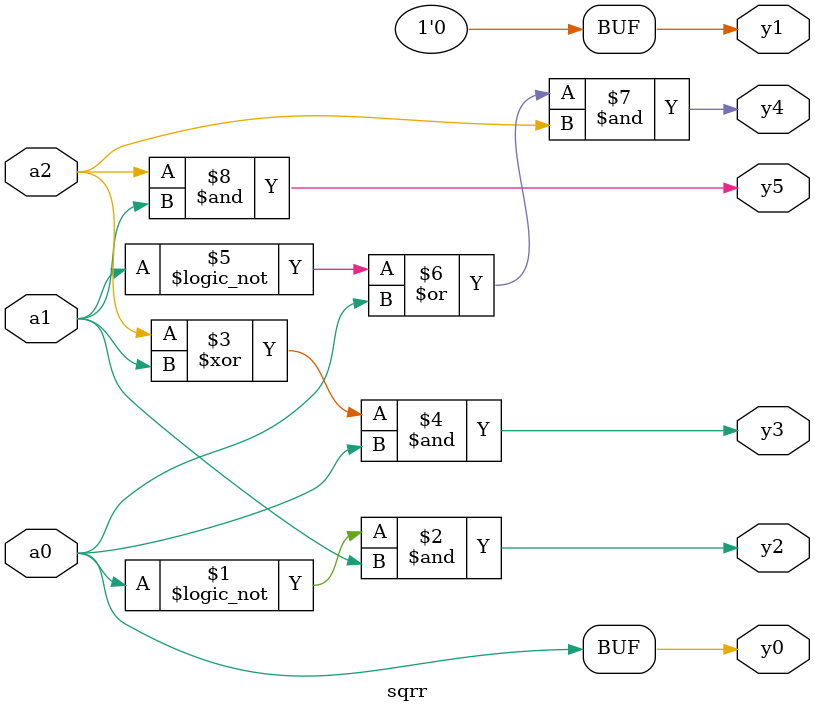
<source format=v>
`timescale 1ns / 1ps


module sqrr(
    input a0,a1,a2,
    output y0,y1,y2,y3,y4,y5
    );
    assign y0 = a0;
    assign y1 = 1'b0;
    assign y2 = (!a0&a1);
    assign y3 = ((a2^a1)&a0);
    assign y4 = ((!a1|a0)&a2);
    assign y5 = (a2&a1);
endmodule

</source>
